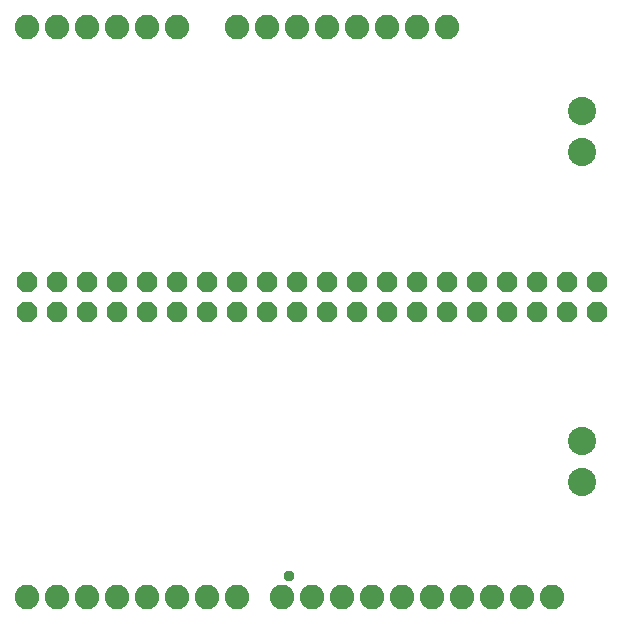
<source format=gbr>
G04 EAGLE Gerber RS-274X export*
G75*
%MOMM*%
%FSLAX34Y34*%
%LPD*%
%INSoldermask Bottom*%
%IPPOS*%
%AMOC8*
5,1,8,0,0,1.08239X$1,22.5*%
G01*
%ADD10C,2.082800*%
%ADD11P,1.869504X8X22.500000*%
%ADD12C,2.387600*%
%ADD13C,0.959600*%


D10*
X330200Y622300D03*
X304800Y622300D03*
X279400Y622300D03*
X254000Y622300D03*
X228600Y622300D03*
X203200Y622300D03*
X152400Y622300D03*
X127000Y622300D03*
X101600Y622300D03*
X76200Y622300D03*
X50800Y622300D03*
X25400Y622300D03*
X25400Y139700D03*
X50800Y139700D03*
X76200Y139700D03*
X101600Y139700D03*
X127000Y139700D03*
X152400Y139700D03*
X177800Y139700D03*
X203200Y139700D03*
X241300Y139700D03*
X266700Y139700D03*
X292100Y139700D03*
X317500Y139700D03*
X342900Y139700D03*
X368300Y139700D03*
X393700Y139700D03*
X419100Y139700D03*
X444500Y139700D03*
X469900Y139700D03*
X355600Y622300D03*
X381000Y622300D03*
D11*
X25400Y381000D03*
X25400Y406400D03*
X50800Y381000D03*
X50800Y406400D03*
X76200Y381000D03*
X76200Y406400D03*
X101600Y381000D03*
X101600Y406400D03*
X127000Y381000D03*
X127000Y406400D03*
X152400Y381000D03*
X152400Y406400D03*
X177800Y381000D03*
X177800Y406400D03*
X203200Y381000D03*
X203200Y406400D03*
X228600Y381000D03*
X228600Y406400D03*
X254000Y381000D03*
X254000Y406400D03*
X279400Y381000D03*
X279400Y406400D03*
X304800Y381000D03*
X304800Y406400D03*
X330200Y381000D03*
X330200Y406400D03*
X355600Y381000D03*
X355600Y406400D03*
X381000Y381000D03*
X381000Y406400D03*
X406400Y381000D03*
X406400Y406400D03*
X431800Y381000D03*
X431800Y406400D03*
X457200Y381000D03*
X457200Y406400D03*
X482600Y381000D03*
X482600Y406400D03*
X508000Y381000D03*
X508000Y406400D03*
D12*
X495300Y551400D03*
X495300Y516400D03*
X495300Y272000D03*
X495300Y237000D03*
D13*
X246888Y157734D03*
M02*

</source>
